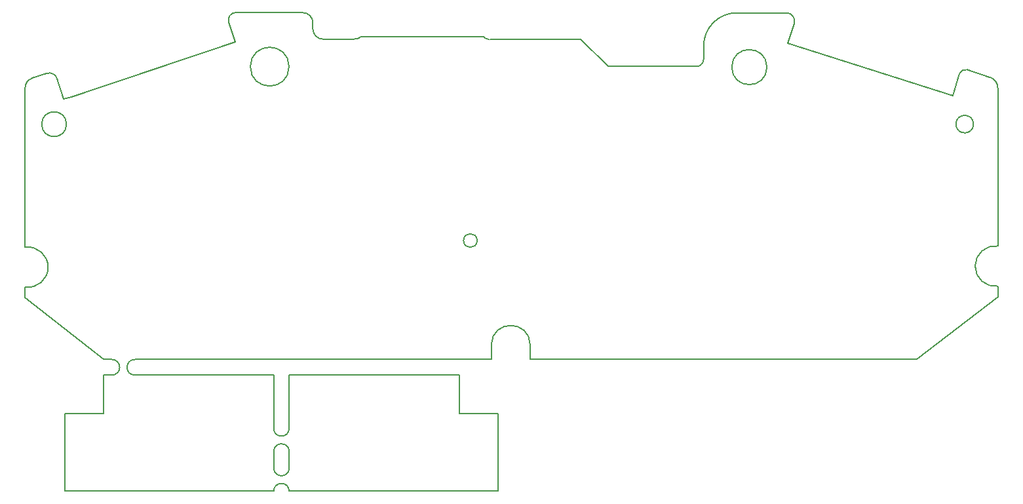
<source format=gm1>
G04 #@! TF.GenerationSoftware,KiCad,Pcbnew,8.0.9*
G04 #@! TF.CreationDate,2025-09-27T12:36:42+09:00*
G04 #@! TF.ProjectId,usb_sfc_pad,7573625f-7366-4635-9f70-61642e6b6963,rev?*
G04 #@! TF.SameCoordinates,Original*
G04 #@! TF.FileFunction,Profile,NP*
%FSLAX46Y46*%
G04 Gerber Fmt 4.6, Leading zero omitted, Abs format (unit mm)*
G04 Created by KiCad (PCBNEW 8.0.9) date 2025-09-27 12:36:42*
%MOMM*%
%LPD*%
G01*
G04 APERTURE LIST*
G04 #@! TA.AperFunction,Profile*
%ADD10C,0.200000*%
G04 #@! TD*
G04 #@! TA.AperFunction,Profile*
%ADD11C,0.050000*%
G04 #@! TD*
G04 APERTURE END LIST*
D10*
X96537710Y-144500000D02*
X101537710Y-144500000D01*
X96537710Y-134500000D02*
X96537710Y-144500000D01*
X101537710Y-134500000D02*
X96537710Y-134500000D01*
X152537710Y-144500000D02*
X147537710Y-144500000D01*
X152537710Y-134500000D02*
X152537710Y-144500000D01*
X147537710Y-134500000D02*
X152537710Y-134500000D01*
X151661550Y-125529550D02*
G75*
G02*
X156667871Y-125585750I2502750J-64650D01*
G01*
X133922410Y-86094620D02*
X129921220Y-86094620D01*
X123537710Y-129500000D02*
X123537710Y-136375000D01*
X217086630Y-118012570D02*
G75*
G02*
X217086617Y-112821028I-315830J2595770D01*
G01*
X129562710Y-127479360D02*
X148562710Y-127479360D01*
X179075130Y-88704720D02*
G75*
G02*
X178163310Y-89616530I-911830J20D01*
G01*
X178163310Y-89616540D02*
X166741130Y-89616540D01*
X189782360Y-82695570D02*
X183381300Y-82695570D01*
X179075130Y-87001740D02*
G75*
G02*
X183381300Y-82695530I4306170J40D01*
G01*
X134897980Y-85747520D02*
G75*
G02*
X133922410Y-86094607I-975580J1197520D01*
G01*
X91422890Y-118135600D02*
X91422890Y-119448020D01*
X94215540Y-90520680D02*
X92319400Y-91149020D01*
X129921220Y-86094620D02*
G75*
G02*
X128595780Y-84769230I-20J1325420D01*
G01*
X102600000Y-127479361D02*
G75*
G02*
X102599999Y-129500039I31600J-1010339D01*
G01*
X128595830Y-84769230D02*
X128595830Y-83988850D01*
X91422890Y-112978460D02*
G75*
G02*
X91422890Y-118135600I360200J-2578570D01*
G01*
X101562710Y-127479360D02*
X102600000Y-127479360D01*
X212162250Y-90524810D02*
X211255530Y-93378700D01*
X97376250Y-93533090D02*
X96425000Y-93850000D01*
X147537710Y-134500000D02*
X147537710Y-129500000D01*
X117731210Y-83895290D02*
G75*
G02*
X118616290Y-82668925I885090J293790D01*
G01*
X187249280Y-89710950D02*
G75*
G02*
X182721080Y-89710950I-2264100J0D01*
G01*
X182721080Y-89710950D02*
G75*
G02*
X187249280Y-89710950I2264100J0D01*
G01*
X117731210Y-83895290D02*
X118592560Y-86489940D01*
X147537710Y-129500000D02*
X125537710Y-129500000D01*
X217086630Y-119404870D02*
X217086630Y-118012570D01*
X156667910Y-125585750D02*
X156667910Y-127479360D01*
X213939640Y-97077070D02*
G75*
G02*
X211675440Y-97077070I-1132100J0D01*
G01*
X211675440Y-97077070D02*
G75*
G02*
X213939640Y-97077070I1132100J0D01*
G01*
X123537710Y-129500000D02*
X105600000Y-129500000D01*
X125537710Y-129500000D02*
X125537710Y-136375000D01*
X149826980Y-112116380D02*
G75*
G02*
X148060680Y-112116380I-883150J0D01*
G01*
X148060680Y-112116380D02*
G75*
G02*
X149826980Y-112116380I883150J0D01*
G01*
X105600000Y-129500000D02*
G75*
G02*
X105600000Y-127479400I0J1010300D01*
G01*
X101537710Y-129500000D02*
X102600000Y-129500000D01*
X94215540Y-90520680D02*
G75*
G02*
X95540313Y-91185119I330160J-994620D01*
G01*
X96762830Y-97087320D02*
G75*
G02*
X93562830Y-97087320I-1600000J0D01*
G01*
X93562830Y-97087320D02*
G75*
G02*
X96762830Y-97087320I1600000J0D01*
G01*
X91422890Y-92391250D02*
G75*
G02*
X92319411Y-91149052I1308910J-50D01*
G01*
X212162250Y-90524810D02*
G75*
G02*
X213058503Y-90058534I682150J-216690D01*
G01*
X101537710Y-129500000D02*
X101537710Y-134500000D01*
X163211760Y-86147290D02*
X151506460Y-86147290D01*
X125516310Y-89649780D02*
G75*
G02*
X120516310Y-89649780I-2500000J0D01*
G01*
X120516310Y-89649780D02*
G75*
G02*
X125516310Y-89649780I2500000J0D01*
G01*
X156667910Y-127479360D02*
X206660390Y-127479360D01*
X91422890Y-119448020D02*
X101562710Y-127479360D01*
X217086630Y-112820920D02*
X217086630Y-92396640D01*
X151300400Y-86122640D02*
G75*
G02*
X150599981Y-85750019I212500J1244040D01*
G01*
X101537710Y-144500000D02*
X123537710Y-144500000D01*
X189966140Y-86614800D02*
X190778640Y-84057450D01*
X125537710Y-144500000D02*
X147537710Y-144500000D01*
D11*
X151300400Y-86122640D02*
X151506460Y-86147290D01*
D10*
X179075130Y-87001740D02*
X179075130Y-88704720D01*
X166741130Y-89616540D02*
X163211760Y-86147290D01*
X91422890Y-92391250D02*
X91422890Y-112978460D01*
X148562710Y-127479360D02*
X151661550Y-127479360D01*
X151661550Y-127479360D02*
X151661550Y-125529550D01*
X211255530Y-93378700D02*
X189966140Y-86614800D01*
X150600000Y-85750000D02*
X134897980Y-85747520D01*
X114562710Y-127479360D02*
X129562710Y-127479360D01*
X127275890Y-82668900D02*
X118616290Y-82668900D01*
X216060140Y-90999210D02*
G75*
G02*
X217086608Y-92396640I-437940J-1397390D01*
G01*
X96425000Y-93850000D02*
X95540340Y-91185110D01*
X105600000Y-127479360D02*
X114562710Y-127479360D01*
X189782370Y-82695570D02*
G75*
G02*
X190778648Y-84057453I30J-1045330D01*
G01*
X216060140Y-90999210D02*
X213058510Y-90058510D01*
X127275890Y-82668900D02*
G75*
G02*
X128595800Y-83988850I10J-1319900D01*
G01*
X118592560Y-86489940D02*
X97376250Y-93533090D01*
X206660390Y-127479360D02*
X217086630Y-119404870D01*
X125537710Y-136375000D02*
G75*
G02*
X123537710Y-136375000I-1000000J0D01*
G01*
X123537710Y-139375000D02*
G75*
G02*
X125537710Y-139375000I1000000J0D01*
G01*
X125537710Y-139375000D02*
X125537710Y-141500000D01*
X123537710Y-139375000D02*
X123537710Y-141500000D01*
X125537710Y-141500000D02*
G75*
G02*
X123537710Y-141500000I-1000000J0D01*
G01*
X123537710Y-144500000D02*
G75*
G02*
X125537710Y-144500000I1000000J0D01*
G01*
M02*

</source>
